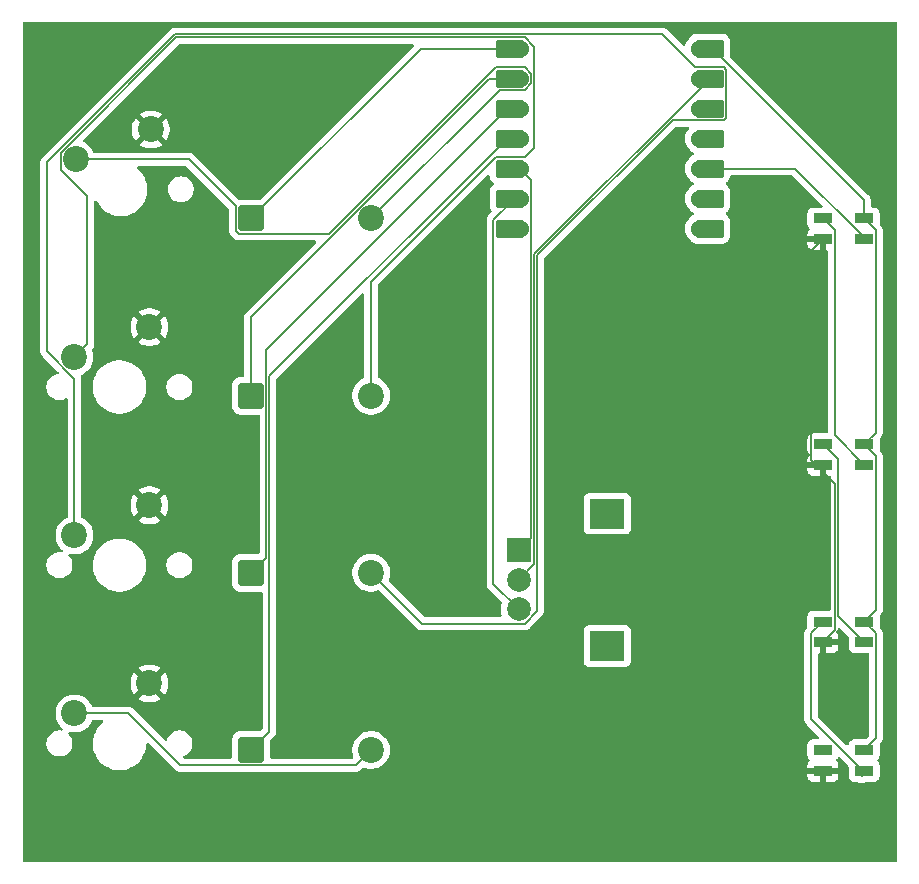
<source format=gtl>
G04 #@! TF.GenerationSoftware,KiCad,Pcbnew,9.0.6*
G04 #@! TF.CreationDate,2025-12-19T00:03:07+05:30*
G04 #@! TF.ProjectId,macropad,6d616372-6f70-4616-942e-6b696361645f,rev?*
G04 #@! TF.SameCoordinates,Original*
G04 #@! TF.FileFunction,Copper,L1,Top*
G04 #@! TF.FilePolarity,Positive*
%FSLAX46Y46*%
G04 Gerber Fmt 4.6, Leading zero omitted, Abs format (unit mm)*
G04 Created by KiCad (PCBNEW 9.0.6) date 2025-12-19 00:03:07*
%MOMM*%
%LPD*%
G01*
G04 APERTURE LIST*
G04 Aperture macros list*
%AMRoundRect*
0 Rectangle with rounded corners*
0 $1 Rounding radius*
0 $2 $3 $4 $5 $6 $7 $8 $9 X,Y pos of 4 corners*
0 Add a 4 corners polygon primitive as box body*
4,1,4,$2,$3,$4,$5,$6,$7,$8,$9,$2,$3,0*
0 Add four circle primitives for the rounded corners*
1,1,$1+$1,$2,$3*
1,1,$1+$1,$4,$5*
1,1,$1+$1,$6,$7*
1,1,$1+$1,$8,$9*
0 Add four rect primitives between the rounded corners*
20,1,$1+$1,$2,$3,$4,$5,0*
20,1,$1+$1,$4,$5,$6,$7,0*
20,1,$1+$1,$6,$7,$8,$9,0*
20,1,$1+$1,$8,$9,$2,$3,0*%
G04 Aperture macros list end*
G04 #@! TA.AperFunction,ComponentPad*
%ADD10C,2.200000*%
G04 #@! TD*
G04 #@! TA.AperFunction,SMDPad,CuDef*
%ADD11RoundRect,0.152400X-1.063600X-0.609600X1.063600X-0.609600X1.063600X0.609600X-1.063600X0.609600X0*%
G04 #@! TD*
G04 #@! TA.AperFunction,ComponentPad*
%ADD12C,1.524000*%
G04 #@! TD*
G04 #@! TA.AperFunction,SMDPad,CuDef*
%ADD13RoundRect,0.152400X1.063600X0.609600X-1.063600X0.609600X-1.063600X-0.609600X1.063600X-0.609600X0*%
G04 #@! TD*
G04 #@! TA.AperFunction,ComponentPad*
%ADD14R,2.000000X2.000000*%
G04 #@! TD*
G04 #@! TA.AperFunction,ComponentPad*
%ADD15C,2.000000*%
G04 #@! TD*
G04 #@! TA.AperFunction,ComponentPad*
%ADD16R,3.000000X2.500000*%
G04 #@! TD*
G04 #@! TA.AperFunction,SMDPad,CuDef*
%ADD17R,1.600000X0.850000*%
G04 #@! TD*
G04 #@! TA.AperFunction,ComponentPad*
%ADD18RoundRect,0.249999X-0.850001X-0.850001X0.850001X-0.850001X0.850001X0.850001X-0.850001X0.850001X0*%
G04 #@! TD*
G04 #@! TA.AperFunction,Conductor*
%ADD19C,0.127000*%
G04 #@! TD*
G04 APERTURE END LIST*
D10*
X114890000Y-101910000D03*
X121240000Y-99370000D03*
D11*
X168678200Y-45618400D03*
D12*
X167843200Y-45618400D03*
D11*
X168678200Y-48158400D03*
D12*
X167843200Y-48158400D03*
D11*
X168678200Y-50698400D03*
D12*
X167843200Y-50698400D03*
D11*
X168678200Y-53238400D03*
D12*
X167843200Y-53238400D03*
D11*
X168678200Y-55778400D03*
D12*
X167843200Y-55778400D03*
D11*
X168678200Y-58318400D03*
D12*
X167843200Y-58318400D03*
D11*
X168678200Y-60858400D03*
D12*
X167843200Y-60858400D03*
X152603200Y-60858400D03*
D13*
X151768200Y-60858400D03*
D12*
X152603200Y-58318400D03*
D13*
X151768200Y-58318400D03*
D12*
X152603200Y-55778400D03*
D13*
X151768200Y-55778400D03*
D12*
X152603200Y-53238400D03*
D13*
X151768200Y-53238400D03*
D12*
X152603200Y-50698400D03*
D13*
X151768200Y-50698400D03*
D12*
X152603200Y-48158400D03*
D13*
X151768200Y-48158400D03*
D12*
X152603200Y-45618400D03*
D13*
X151768200Y-45618400D03*
D14*
X152500000Y-88100000D03*
D15*
X152500000Y-93100000D03*
X152500000Y-90600000D03*
D16*
X160000000Y-85000000D03*
X160000000Y-96200000D03*
D10*
X121240000Y-84280000D03*
X114890000Y-86820000D03*
X121240000Y-69190000D03*
X114890000Y-71730000D03*
X121350000Y-52460000D03*
X115000000Y-55000000D03*
D17*
X178250000Y-105000000D03*
X178250000Y-106750000D03*
X181750000Y-106750000D03*
X181750000Y-105000000D03*
X178250000Y-94125000D03*
X178250000Y-95875000D03*
X181750000Y-95875000D03*
X181750000Y-94125000D03*
X178250000Y-79125000D03*
X178250000Y-80875000D03*
X181750000Y-80875000D03*
X181750000Y-79125000D03*
X178250000Y-60000000D03*
X178250000Y-61750000D03*
X181750000Y-61750000D03*
X181750000Y-60000000D03*
D18*
X129840000Y-105000000D03*
D10*
X140000000Y-105000000D03*
D18*
X129840000Y-90000000D03*
D10*
X140000000Y-90000000D03*
D18*
X129840000Y-75000000D03*
D10*
X140000000Y-75000000D03*
D18*
X129840000Y-60000000D03*
D10*
X140000000Y-60000000D03*
D19*
X179528200Y-80403200D02*
X179528200Y-93653200D01*
X178250000Y-79125000D02*
X179528200Y-80403200D01*
X179528200Y-93653200D02*
X181750000Y-95875000D01*
X181559200Y-107238800D02*
X181750000Y-107048000D01*
X181750000Y-107048000D02*
X181750000Y-106750000D01*
X177258500Y-102400500D02*
X181559200Y-106701200D01*
X177258500Y-95116500D02*
X177258500Y-102400500D01*
X181559200Y-106701200D02*
X181559200Y-107238800D01*
X178250000Y-94125000D02*
X177258500Y-95116500D01*
X182741500Y-95116500D02*
X181750000Y-94125000D01*
X182741500Y-104008500D02*
X182741500Y-95116500D01*
X181750000Y-105000000D02*
X182741500Y-104008500D01*
X152993536Y-94291500D02*
X144291500Y-94291500D01*
X154066700Y-93218336D02*
X152993536Y-94291500D01*
X154066700Y-63130524D02*
X154066700Y-93218336D01*
X165545324Y-51651900D02*
X154066700Y-63130524D01*
X169888470Y-51651900D02*
X165545324Y-51651900D01*
X170085700Y-51454670D02*
X169888470Y-51651900D01*
X170085700Y-47402130D02*
X170085700Y-51454670D01*
X169888470Y-47204900D02*
X170085700Y-47402130D01*
X164653247Y-44409900D02*
X167448247Y-47204900D01*
X123403019Y-44409900D02*
X164653247Y-44409900D01*
X144291500Y-94291500D02*
X140000000Y-90000000D01*
X112565500Y-55247419D02*
X123403019Y-44409900D01*
X167448247Y-47204900D02*
X169888470Y-47204900D01*
X112565500Y-71231957D02*
X112565500Y-55247419D01*
X114890000Y-73556457D02*
X112565500Y-71231957D01*
X114890000Y-86820000D02*
X114890000Y-73556457D01*
X150557930Y-54824900D02*
X140000000Y-65382830D01*
X152998153Y-54824900D02*
X150557930Y-54824900D01*
X153811700Y-54011353D02*
X152998153Y-54824900D01*
X153811700Y-45478447D02*
X153811700Y-54011353D01*
X152998153Y-44664900D02*
X153811700Y-45478447D01*
X123508643Y-44664900D02*
X152998153Y-44664900D01*
X140000000Y-65382830D02*
X140000000Y-75000000D01*
X113708500Y-54465043D02*
X123508643Y-44664900D01*
X113708500Y-55853500D02*
X113708500Y-54465043D01*
X115989999Y-58134999D02*
X113708500Y-55853500D01*
X115989999Y-70630001D02*
X115989999Y-58134999D01*
X114890000Y-71730000D02*
X115989999Y-70630001D01*
X150888100Y-49111900D02*
X140000000Y-60000000D01*
X152998153Y-49111900D02*
X150888100Y-49111900D01*
X153556700Y-48553353D02*
X152998153Y-49111900D01*
X153556700Y-47763447D02*
X153556700Y-48553353D01*
X152998153Y-47204900D02*
X153556700Y-47763447D01*
X150557930Y-47204900D02*
X152998153Y-47204900D01*
X136471330Y-61291500D02*
X150557930Y-47204900D01*
X128800198Y-61291500D02*
X136471330Y-61291500D01*
X128548500Y-61039802D02*
X128800198Y-61291500D01*
X128548500Y-58960198D02*
X128548500Y-61039802D01*
X124588302Y-55000000D02*
X128548500Y-58960198D01*
X115000000Y-55000000D02*
X124588302Y-55000000D01*
X119433197Y-101910000D02*
X114890000Y-101910000D01*
X123814697Y-106291500D02*
X119433197Y-101910000D01*
X140000000Y-105000000D02*
X138708500Y-106291500D01*
X138708500Y-106291500D02*
X123814697Y-106291500D01*
X115471200Y-86820000D02*
X115519200Y-86868000D01*
X182741500Y-80116500D02*
X182741500Y-93133500D01*
X182741500Y-93133500D02*
X181750000Y-94125000D01*
X181750000Y-79125000D02*
X182741500Y-80116500D01*
X182741500Y-78133500D02*
X181750000Y-79125000D01*
X182741500Y-60991500D02*
X182741500Y-78133500D01*
X181750000Y-60000000D02*
X182741500Y-60991500D01*
X179241500Y-78366500D02*
X181750000Y-80875000D01*
X179241500Y-60991500D02*
X179241500Y-78366500D01*
X178250000Y-60000000D02*
X179241500Y-60991500D01*
X179273200Y-82499200D02*
X179273200Y-94851800D01*
X179273200Y-94851800D02*
X178250000Y-95875000D01*
X177258500Y-62741500D02*
X177258500Y-80484500D01*
X178250000Y-61750000D02*
X177258500Y-62741500D01*
X177258500Y-80484500D02*
X179273200Y-82499200D01*
X181750000Y-61608000D02*
X181750000Y-61750000D01*
X175920400Y-55778400D02*
X181750000Y-61608000D01*
X167843200Y-55778400D02*
X175920400Y-55778400D01*
X181750000Y-58447570D02*
X181750000Y-60000000D01*
X168920830Y-45618400D02*
X181750000Y-58447570D01*
X167843200Y-45618400D02*
X168920830Y-45618400D01*
X153811700Y-89288300D02*
X152500000Y-90600000D01*
X168678200Y-48158400D02*
X153811700Y-63024900D01*
X153811700Y-63024900D02*
X153811700Y-89288300D01*
X152144430Y-58318400D02*
X150360700Y-60102130D01*
X150360700Y-90960700D02*
X152500000Y-93100000D01*
X152603200Y-58318400D02*
X152144430Y-58318400D01*
X150360700Y-60102130D02*
X150360700Y-90960700D01*
X153556700Y-87043300D02*
X152500000Y-88100000D01*
X153556700Y-56731900D02*
X153556700Y-87043300D01*
X152603200Y-55778400D02*
X153556700Y-56731900D01*
X131386500Y-73377470D02*
X131386500Y-103453500D01*
X131386500Y-103453500D02*
X129840000Y-105000000D01*
X151525570Y-53238400D02*
X131386500Y-73377470D01*
X152603200Y-53238400D02*
X151525570Y-53238400D01*
X151525570Y-50698400D02*
X131131500Y-71092470D01*
X152603200Y-50698400D02*
X151525570Y-50698400D01*
X131131500Y-71092470D02*
X131131500Y-88708500D01*
X131131500Y-88708500D02*
X129840000Y-90000000D01*
X150015143Y-48158400D02*
X129840000Y-68333543D01*
X152603200Y-48158400D02*
X150015143Y-48158400D01*
X129840000Y-68333543D02*
X129840000Y-75000000D01*
X144221600Y-45618400D02*
X129840000Y-60000000D01*
X152603200Y-45618400D02*
X144221600Y-45618400D01*
G04 #@! TA.AperFunction,Conductor*
G36*
X179704096Y-94633816D02*
G01*
X179732351Y-94654968D01*
X180413181Y-95335797D01*
X180446666Y-95397120D01*
X180449500Y-95423478D01*
X180449500Y-96347870D01*
X180449501Y-96347876D01*
X180455908Y-96407483D01*
X180506202Y-96542328D01*
X180506206Y-96542335D01*
X180592452Y-96657544D01*
X180592455Y-96657547D01*
X180707664Y-96743793D01*
X180707671Y-96743797D01*
X180842517Y-96794091D01*
X180842516Y-96794091D01*
X180849444Y-96794835D01*
X180902127Y-96800500D01*
X182053500Y-96800499D01*
X182120539Y-96820184D01*
X182166294Y-96872987D01*
X182177500Y-96924499D01*
X182177500Y-103723521D01*
X182157815Y-103790560D01*
X182141181Y-103811202D01*
X181914202Y-104038181D01*
X181852879Y-104071666D01*
X181826521Y-104074500D01*
X180902129Y-104074500D01*
X180902123Y-104074501D01*
X180842516Y-104080908D01*
X180707671Y-104131202D01*
X180707664Y-104131206D01*
X180592455Y-104217452D01*
X180592452Y-104217455D01*
X180506206Y-104332664D01*
X180506202Y-104332671D01*
X180455908Y-104467516D01*
X180451309Y-104510298D01*
X180424571Y-104574849D01*
X180367178Y-104614697D01*
X180297353Y-104617190D01*
X180240339Y-104584723D01*
X177858819Y-102203203D01*
X177825334Y-102141880D01*
X177822500Y-102115522D01*
X177822500Y-96924000D01*
X177842185Y-96856961D01*
X177894989Y-96811206D01*
X177946500Y-96800000D01*
X178000000Y-96800000D01*
X178500000Y-96800000D01*
X179097828Y-96800000D01*
X179097844Y-96799999D01*
X179157372Y-96793598D01*
X179157379Y-96793596D01*
X179292086Y-96743354D01*
X179292093Y-96743350D01*
X179407187Y-96657190D01*
X179407190Y-96657187D01*
X179493350Y-96542093D01*
X179493354Y-96542086D01*
X179543596Y-96407379D01*
X179543598Y-96407372D01*
X179549999Y-96347844D01*
X179550000Y-96347827D01*
X179550000Y-96125000D01*
X178500000Y-96125000D01*
X178500000Y-96800000D01*
X178000000Y-96800000D01*
X178000000Y-95999000D01*
X178019685Y-95931961D01*
X178072489Y-95886206D01*
X178124000Y-95875000D01*
X178250000Y-95875000D01*
X178250000Y-95749000D01*
X178269685Y-95681961D01*
X178322489Y-95636206D01*
X178374000Y-95625000D01*
X179550000Y-95625000D01*
X179550000Y-95402172D01*
X179549999Y-95402155D01*
X179543598Y-95342627D01*
X179543596Y-95342620D01*
X179493354Y-95207913D01*
X179493350Y-95207906D01*
X179407190Y-95092812D01*
X179402416Y-95088038D01*
X179368931Y-95026715D01*
X179373915Y-94957023D01*
X179402416Y-94912676D01*
X179407542Y-94907548D01*
X179407546Y-94907546D01*
X179493796Y-94792331D01*
X179528488Y-94699317D01*
X179570358Y-94643383D01*
X179635823Y-94618965D01*
X179704096Y-94633816D01*
G37*
G04 #@! TD.AperFunction*
G04 #@! TA.AperFunction,Conductor*
G36*
X143581160Y-45248585D02*
G01*
X143626915Y-45301389D01*
X143636859Y-45370547D01*
X143607834Y-45434103D01*
X143601802Y-45440581D01*
X130679203Y-58363181D01*
X130617880Y-58396666D01*
X130591522Y-58399500D01*
X128939977Y-58399500D01*
X128858362Y-58407838D01*
X128789669Y-58395068D01*
X128758080Y-58372161D01*
X125046685Y-54660767D01*
X125046683Y-54660764D01*
X124934608Y-54548689D01*
X124934606Y-54548687D01*
X124806000Y-54474436D01*
X124805999Y-54474435D01*
X124762075Y-54462666D01*
X124722134Y-54451964D01*
X124722133Y-54451963D01*
X124678518Y-54440277D01*
X124662555Y-54436000D01*
X124662554Y-54436000D01*
X116584898Y-54436000D01*
X116517859Y-54416315D01*
X116474413Y-54368295D01*
X116421728Y-54264895D01*
X116368870Y-54161155D01*
X116331237Y-54109357D01*
X116220798Y-53957350D01*
X116220794Y-53957345D01*
X116042654Y-53779205D01*
X116042649Y-53779201D01*
X115838848Y-53631132D01*
X115838847Y-53631131D01*
X115838845Y-53631130D01*
X115660466Y-53540241D01*
X115609671Y-53492267D01*
X115592876Y-53424446D01*
X115615413Y-53358312D01*
X115629075Y-53342082D01*
X116637086Y-52334071D01*
X119750000Y-52334071D01*
X119750000Y-52585928D01*
X119789397Y-52834669D01*
X119867219Y-53074184D01*
X119981557Y-53298583D01*
X120055748Y-53400697D01*
X120055748Y-53400698D01*
X120672421Y-52784024D01*
X120685359Y-52815258D01*
X120767437Y-52938097D01*
X120871903Y-53042563D01*
X120994742Y-53124641D01*
X121025974Y-53137577D01*
X120409300Y-53754250D01*
X120511416Y-53828442D01*
X120735815Y-53942780D01*
X120975330Y-54020602D01*
X121224072Y-54060000D01*
X121475928Y-54060000D01*
X121724669Y-54020602D01*
X121964184Y-53942780D01*
X122188575Y-53828446D01*
X122188581Y-53828442D01*
X122290697Y-53754250D01*
X122290698Y-53754250D01*
X121674025Y-53137578D01*
X121705258Y-53124641D01*
X121828097Y-53042563D01*
X121932563Y-52938097D01*
X122014641Y-52815258D01*
X122027577Y-52784025D01*
X122644250Y-53400698D01*
X122644250Y-53400697D01*
X122718442Y-53298581D01*
X122718446Y-53298575D01*
X122832780Y-53074184D01*
X122910602Y-52834669D01*
X122950000Y-52585928D01*
X122950000Y-52334071D01*
X122910602Y-52085330D01*
X122832780Y-51845815D01*
X122718442Y-51621416D01*
X122644250Y-51519301D01*
X122644250Y-51519300D01*
X122027577Y-52135973D01*
X122014641Y-52104742D01*
X121932563Y-51981903D01*
X121828097Y-51877437D01*
X121705258Y-51795359D01*
X121674024Y-51782421D01*
X122290698Y-51165748D01*
X122188583Y-51091557D01*
X121964184Y-50977219D01*
X121724669Y-50899397D01*
X121475928Y-50860000D01*
X121224072Y-50860000D01*
X120975330Y-50899397D01*
X120735815Y-50977219D01*
X120511413Y-51091559D01*
X120409301Y-51165747D01*
X120409300Y-51165748D01*
X121025974Y-51782421D01*
X120994742Y-51795359D01*
X120871903Y-51877437D01*
X120767437Y-51981903D01*
X120685359Y-52104742D01*
X120672421Y-52135974D01*
X120055748Y-51519300D01*
X120055747Y-51519301D01*
X119981559Y-51621413D01*
X119867219Y-51845815D01*
X119789397Y-52085330D01*
X119750000Y-52334071D01*
X116637086Y-52334071D01*
X123705940Y-45265219D01*
X123767263Y-45231734D01*
X123793621Y-45228900D01*
X143514121Y-45228900D01*
X143581160Y-45248585D01*
G37*
G04 #@! TD.AperFunction*
G04 #@! TA.AperFunction,Conductor*
G36*
X184442539Y-43344585D02*
G01*
X184488294Y-43397389D01*
X184499500Y-43448900D01*
X184499500Y-114375500D01*
X184479815Y-114442539D01*
X184427011Y-114488294D01*
X184375500Y-114499500D01*
X110624500Y-114499500D01*
X110557461Y-114479815D01*
X110511706Y-114427011D01*
X110500500Y-114375500D01*
X110500500Y-107222844D01*
X176950000Y-107222844D01*
X176956401Y-107282372D01*
X176956403Y-107282379D01*
X177006645Y-107417086D01*
X177006649Y-107417093D01*
X177092809Y-107532187D01*
X177092812Y-107532190D01*
X177207906Y-107618350D01*
X177207913Y-107618354D01*
X177342620Y-107668596D01*
X177342627Y-107668598D01*
X177402155Y-107674999D01*
X177402172Y-107675000D01*
X178000000Y-107675000D01*
X178500000Y-107675000D01*
X179097828Y-107675000D01*
X179097844Y-107674999D01*
X179157372Y-107668598D01*
X179157379Y-107668596D01*
X179292086Y-107618354D01*
X179292093Y-107618350D01*
X179407187Y-107532190D01*
X179407190Y-107532187D01*
X179493350Y-107417093D01*
X179493354Y-107417086D01*
X179543596Y-107282379D01*
X179543598Y-107282372D01*
X179549999Y-107222844D01*
X179550000Y-107222827D01*
X179550000Y-107000000D01*
X178500000Y-107000000D01*
X178500000Y-107675000D01*
X178000000Y-107675000D01*
X178000000Y-107000000D01*
X176950000Y-107000000D01*
X176950000Y-107222844D01*
X110500500Y-107222844D01*
X110500500Y-99244071D01*
X119640000Y-99244071D01*
X119640000Y-99495928D01*
X119679397Y-99744669D01*
X119757219Y-99984184D01*
X119871557Y-100208583D01*
X119945748Y-100310697D01*
X119945748Y-100310698D01*
X120562421Y-99694024D01*
X120575359Y-99725258D01*
X120657437Y-99848097D01*
X120761903Y-99952563D01*
X120884742Y-100034641D01*
X120915974Y-100047577D01*
X120299300Y-100664250D01*
X120401416Y-100738442D01*
X120625815Y-100852780D01*
X120865330Y-100930602D01*
X121114072Y-100970000D01*
X121365928Y-100970000D01*
X121614669Y-100930602D01*
X121854184Y-100852780D01*
X122078575Y-100738446D01*
X122078581Y-100738442D01*
X122180697Y-100664250D01*
X122180698Y-100664250D01*
X121564025Y-100047578D01*
X121595258Y-100034641D01*
X121718097Y-99952563D01*
X121822563Y-99848097D01*
X121904641Y-99725258D01*
X121917577Y-99694025D01*
X122534250Y-100310698D01*
X122534250Y-100310697D01*
X122608442Y-100208581D01*
X122608446Y-100208575D01*
X122722780Y-99984184D01*
X122800602Y-99744669D01*
X122840000Y-99495928D01*
X122840000Y-99244071D01*
X122800602Y-98995330D01*
X122722780Y-98755815D01*
X122608442Y-98531416D01*
X122534250Y-98429301D01*
X122534250Y-98429300D01*
X121917577Y-99045973D01*
X121904641Y-99014742D01*
X121822563Y-98891903D01*
X121718097Y-98787437D01*
X121595258Y-98705359D01*
X121564024Y-98692421D01*
X122180698Y-98075748D01*
X122078583Y-98001557D01*
X121854184Y-97887219D01*
X121614669Y-97809397D01*
X121365928Y-97770000D01*
X121114072Y-97770000D01*
X120865330Y-97809397D01*
X120625815Y-97887219D01*
X120401413Y-98001559D01*
X120299301Y-98075747D01*
X120299300Y-98075748D01*
X120915974Y-98692421D01*
X120884742Y-98705359D01*
X120761903Y-98787437D01*
X120657437Y-98891903D01*
X120575359Y-99014742D01*
X120562421Y-99045974D01*
X119945748Y-98429300D01*
X119945747Y-98429301D01*
X119871559Y-98531413D01*
X119757219Y-98755815D01*
X119679397Y-98995330D01*
X119640000Y-99244071D01*
X110500500Y-99244071D01*
X110500500Y-55173167D01*
X112001500Y-55173167D01*
X112001500Y-71306209D01*
X112039935Y-71449653D01*
X112114187Y-71578261D01*
X112114189Y-71578263D01*
X112226261Y-71690335D01*
X112226267Y-71690340D01*
X113509820Y-72973893D01*
X113543305Y-73035216D01*
X113538321Y-73104908D01*
X113496449Y-73160841D01*
X113441538Y-73184047D01*
X113362301Y-73196597D01*
X113197552Y-73250128D01*
X113043211Y-73328768D01*
X112995406Y-73363501D01*
X112903072Y-73430586D01*
X112903070Y-73430588D01*
X112903069Y-73430588D01*
X112780588Y-73553069D01*
X112780588Y-73553070D01*
X112780586Y-73553072D01*
X112764824Y-73574767D01*
X112678768Y-73693211D01*
X112600128Y-73847552D01*
X112546597Y-74012302D01*
X112519500Y-74183389D01*
X112519500Y-74356611D01*
X112546598Y-74527701D01*
X112600127Y-74692445D01*
X112678768Y-74846788D01*
X112780586Y-74986928D01*
X112903072Y-75109414D01*
X113043212Y-75211232D01*
X113197555Y-75289873D01*
X113362299Y-75343402D01*
X113533389Y-75370500D01*
X113533390Y-75370500D01*
X113706610Y-75370500D01*
X113706611Y-75370500D01*
X113877701Y-75343402D01*
X114042445Y-75289873D01*
X114145707Y-75237258D01*
X114214374Y-75224363D01*
X114279114Y-75250639D01*
X114319372Y-75307745D01*
X114326000Y-75347744D01*
X114326000Y-85235102D01*
X114306315Y-85302141D01*
X114258295Y-85345587D01*
X114051151Y-85451132D01*
X113847350Y-85599201D01*
X113847345Y-85599205D01*
X113669205Y-85777345D01*
X113669201Y-85777350D01*
X113521132Y-85981151D01*
X113406760Y-86205616D01*
X113328910Y-86445214D01*
X113289500Y-86694038D01*
X113289500Y-86945961D01*
X113328910Y-87194785D01*
X113406760Y-87434383D01*
X113521132Y-87658848D01*
X113669201Y-87862649D01*
X113669205Y-87862654D01*
X113669207Y-87862656D01*
X113847344Y-88040793D01*
X113847345Y-88040794D01*
X113847344Y-88040794D01*
X113853661Y-88045383D01*
X113896327Y-88100714D01*
X113902305Y-88170327D01*
X113869699Y-88232122D01*
X113808860Y-88266479D01*
X113761378Y-88268174D01*
X113706611Y-88259500D01*
X113533389Y-88259500D01*
X113493728Y-88265781D01*
X113362302Y-88286597D01*
X113197552Y-88340128D01*
X113043211Y-88418768D01*
X112979323Y-88465186D01*
X112903072Y-88520586D01*
X112903070Y-88520588D01*
X112903069Y-88520588D01*
X112780588Y-88643069D01*
X112780588Y-88643070D01*
X112780586Y-88643072D01*
X112752781Y-88681342D01*
X112678768Y-88783211D01*
X112600128Y-88937552D01*
X112546597Y-89102302D01*
X112519500Y-89273389D01*
X112519500Y-89446611D01*
X112526773Y-89492529D01*
X112544197Y-89602545D01*
X112546598Y-89617701D01*
X112600127Y-89782445D01*
X112678768Y-89936788D01*
X112780586Y-90076928D01*
X112903072Y-90199414D01*
X113043212Y-90301232D01*
X113197555Y-90379873D01*
X113362299Y-90433402D01*
X113533389Y-90460500D01*
X113533390Y-90460500D01*
X113706610Y-90460500D01*
X113706611Y-90460500D01*
X113877701Y-90433402D01*
X114042445Y-90379873D01*
X114196788Y-90301232D01*
X114336928Y-90199414D01*
X114459414Y-90076928D01*
X114561232Y-89936788D01*
X114639873Y-89782445D01*
X114693402Y-89617701D01*
X114720500Y-89446611D01*
X114720500Y-89273389D01*
X114710854Y-89212486D01*
X116449500Y-89212486D01*
X116449500Y-89507513D01*
X116471294Y-89673050D01*
X116488007Y-89799993D01*
X116562212Y-90076930D01*
X116564361Y-90084951D01*
X116564364Y-90084961D01*
X116677254Y-90357500D01*
X116677258Y-90357510D01*
X116824761Y-90612993D01*
X117004352Y-90847040D01*
X117004358Y-90847047D01*
X117212952Y-91055641D01*
X117212959Y-91055647D01*
X117447006Y-91235238D01*
X117702489Y-91382741D01*
X117702490Y-91382741D01*
X117702493Y-91382743D01*
X117790226Y-91419083D01*
X117945116Y-91483241D01*
X117975048Y-91495639D01*
X118260007Y-91571993D01*
X118552494Y-91610500D01*
X118552501Y-91610500D01*
X118847499Y-91610500D01*
X118847506Y-91610500D01*
X119139993Y-91571993D01*
X119424952Y-91495639D01*
X119697507Y-91382743D01*
X119952994Y-91235238D01*
X120187042Y-91055646D01*
X120395646Y-90847042D01*
X120575238Y-90612994D01*
X120722743Y-90357507D01*
X120835639Y-90084952D01*
X120911993Y-89799993D01*
X120950500Y-89507506D01*
X120950500Y-89273389D01*
X122679500Y-89273389D01*
X122679500Y-89446611D01*
X122686773Y-89492529D01*
X122704197Y-89602545D01*
X122706598Y-89617701D01*
X122760127Y-89782445D01*
X122838768Y-89936788D01*
X122940586Y-90076928D01*
X123063072Y-90199414D01*
X123203212Y-90301232D01*
X123357555Y-90379873D01*
X123522299Y-90433402D01*
X123693389Y-90460500D01*
X123693390Y-90460500D01*
X123866610Y-90460500D01*
X123866611Y-90460500D01*
X124037701Y-90433402D01*
X124202445Y-90379873D01*
X124356788Y-90301232D01*
X124496928Y-90199414D01*
X124619414Y-90076928D01*
X124721232Y-89936788D01*
X124799873Y-89782445D01*
X124853402Y-89617701D01*
X124880500Y-89446611D01*
X124880500Y-89273389D01*
X124853402Y-89102299D01*
X124799873Y-88937555D01*
X124721232Y-88783212D01*
X124619414Y-88643072D01*
X124496928Y-88520586D01*
X124356788Y-88418768D01*
X124202445Y-88340127D01*
X124037701Y-88286598D01*
X124037699Y-88286597D01*
X124037698Y-88286597D01*
X123906271Y-88265781D01*
X123866611Y-88259500D01*
X123693389Y-88259500D01*
X123653728Y-88265781D01*
X123522302Y-88286597D01*
X123357552Y-88340128D01*
X123203211Y-88418768D01*
X123139323Y-88465186D01*
X123063072Y-88520586D01*
X123063070Y-88520588D01*
X123063069Y-88520588D01*
X122940588Y-88643069D01*
X122940588Y-88643070D01*
X122940586Y-88643072D01*
X122912781Y-88681342D01*
X122838768Y-88783211D01*
X122760128Y-88937552D01*
X122706597Y-89102302D01*
X122679500Y-89273389D01*
X120950500Y-89273389D01*
X120950500Y-89212494D01*
X120911993Y-88920007D01*
X120835639Y-88635048D01*
X120722743Y-88362493D01*
X120667309Y-88266479D01*
X120575238Y-88107006D01*
X120395647Y-87872959D01*
X120395641Y-87872952D01*
X120187047Y-87664358D01*
X120187040Y-87664352D01*
X119952993Y-87484761D01*
X119697510Y-87337258D01*
X119697500Y-87337254D01*
X119424961Y-87224364D01*
X119424954Y-87224362D01*
X119424952Y-87224361D01*
X119139993Y-87148007D01*
X119091113Y-87141571D01*
X118847513Y-87109500D01*
X118847506Y-87109500D01*
X118552494Y-87109500D01*
X118552486Y-87109500D01*
X118274085Y-87146153D01*
X118260007Y-87148007D01*
X118085428Y-87194785D01*
X117975048Y-87224361D01*
X117975038Y-87224364D01*
X117702499Y-87337254D01*
X117702489Y-87337258D01*
X117447006Y-87484761D01*
X117212959Y-87664352D01*
X117212952Y-87664358D01*
X117004358Y-87872952D01*
X117004352Y-87872959D01*
X116824761Y-88107006D01*
X116677258Y-88362489D01*
X116677254Y-88362499D01*
X116564364Y-88635038D01*
X116564361Y-88635048D01*
X116511946Y-88830667D01*
X116488008Y-88920004D01*
X116488006Y-88920015D01*
X116449500Y-89212486D01*
X114710854Y-89212486D01*
X114693402Y-89102299D01*
X114639873Y-88937555D01*
X114561232Y-88783212D01*
X114459414Y-88643072D01*
X114407482Y-88591140D01*
X114373997Y-88529817D01*
X114378981Y-88460125D01*
X114420853Y-88404192D01*
X114486317Y-88379775D01*
X114514561Y-88380986D01*
X114515212Y-88381089D01*
X114515215Y-88381090D01*
X114764038Y-88420500D01*
X114764039Y-88420500D01*
X115015961Y-88420500D01*
X115015962Y-88420500D01*
X115264785Y-88381090D01*
X115504379Y-88303241D01*
X115728845Y-88188870D01*
X115932656Y-88040793D01*
X116110793Y-87862656D01*
X116258870Y-87658845D01*
X116373241Y-87434379D01*
X116451090Y-87194785D01*
X116490500Y-86945962D01*
X116490500Y-86694038D01*
X116451090Y-86445215D01*
X116373241Y-86205621D01*
X116373239Y-86205618D01*
X116373239Y-86205616D01*
X116331747Y-86124184D01*
X116258870Y-85981155D01*
X116156753Y-85840602D01*
X116110798Y-85777350D01*
X116110794Y-85777345D01*
X115932654Y-85599205D01*
X115932649Y-85599201D01*
X115728848Y-85451132D01*
X115728847Y-85451131D01*
X115728845Y-85451130D01*
X115521705Y-85345587D01*
X115470909Y-85297612D01*
X115454000Y-85235102D01*
X115454000Y-84154071D01*
X119640000Y-84154071D01*
X119640000Y-84405928D01*
X119679397Y-84654669D01*
X119757219Y-84894184D01*
X119871557Y-85118583D01*
X119945748Y-85220697D01*
X119945748Y-85220698D01*
X120562421Y-84604024D01*
X120575359Y-84635258D01*
X120657437Y-84758097D01*
X120761903Y-84862563D01*
X120884742Y-84944641D01*
X120915974Y-84957577D01*
X120299300Y-85574250D01*
X120401416Y-85648442D01*
X120625815Y-85762780D01*
X120865330Y-85840602D01*
X121114072Y-85880000D01*
X121365928Y-85880000D01*
X121614669Y-85840602D01*
X121854184Y-85762780D01*
X122078575Y-85648446D01*
X122078581Y-85648442D01*
X122180697Y-85574250D01*
X122180698Y-85574250D01*
X121564025Y-84957578D01*
X121595258Y-84944641D01*
X121718097Y-84862563D01*
X121822563Y-84758097D01*
X121904641Y-84635258D01*
X121917577Y-84604025D01*
X122534250Y-85220698D01*
X122534250Y-85220697D01*
X122608442Y-85118581D01*
X122608446Y-85118575D01*
X122722780Y-84894184D01*
X122800602Y-84654669D01*
X122840000Y-84405928D01*
X122840000Y-84154071D01*
X122800602Y-83905330D01*
X122722780Y-83665815D01*
X122608442Y-83441416D01*
X122534250Y-83339301D01*
X122534250Y-83339300D01*
X121917577Y-83955973D01*
X121904641Y-83924742D01*
X121822563Y-83801903D01*
X121718097Y-83697437D01*
X121595258Y-83615359D01*
X121564024Y-83602421D01*
X122180698Y-82985748D01*
X122078583Y-82911557D01*
X121854184Y-82797219D01*
X121614669Y-82719397D01*
X121365928Y-82680000D01*
X121114072Y-82680000D01*
X120865330Y-82719397D01*
X120625815Y-82797219D01*
X120401413Y-82911559D01*
X120299301Y-82985747D01*
X120299300Y-82985748D01*
X120915974Y-83602421D01*
X120884742Y-83615359D01*
X120761903Y-83697437D01*
X120657437Y-83801903D01*
X120575359Y-83924742D01*
X120562421Y-83955974D01*
X119945748Y-83339300D01*
X119945747Y-83339301D01*
X119871559Y-83441413D01*
X119757219Y-83665815D01*
X119679397Y-83905330D01*
X119640000Y-84154071D01*
X115454000Y-84154071D01*
X115454000Y-74122486D01*
X116449500Y-74122486D01*
X116449500Y-74417513D01*
X116476846Y-74625215D01*
X116488007Y-74709993D01*
X116562212Y-74986930D01*
X116564361Y-74994951D01*
X116564364Y-74994961D01*
X116677254Y-75267500D01*
X116677258Y-75267510D01*
X116824761Y-75522993D01*
X117004352Y-75757040D01*
X117004358Y-75757047D01*
X117212952Y-75965641D01*
X117212959Y-75965647D01*
X117447006Y-76145238D01*
X117702489Y-76292741D01*
X117702490Y-76292741D01*
X117702493Y-76292743D01*
X117975048Y-76405639D01*
X118260007Y-76481993D01*
X118552494Y-76520500D01*
X118552501Y-76520500D01*
X118847499Y-76520500D01*
X118847506Y-76520500D01*
X119139993Y-76481993D01*
X119424952Y-76405639D01*
X119697507Y-76292743D01*
X119952994Y-76145238D01*
X120187042Y-75965646D01*
X120395646Y-75757042D01*
X120575238Y-75522994D01*
X120722743Y-75267507D01*
X120835639Y-74994952D01*
X120911993Y-74709993D01*
X120950500Y-74417506D01*
X120950500Y-74183389D01*
X122679500Y-74183389D01*
X122679500Y-74356611D01*
X122706598Y-74527701D01*
X122760127Y-74692445D01*
X122838768Y-74846788D01*
X122940586Y-74986928D01*
X123063072Y-75109414D01*
X123203212Y-75211232D01*
X123357555Y-75289873D01*
X123522299Y-75343402D01*
X123693389Y-75370500D01*
X123693390Y-75370500D01*
X123866610Y-75370500D01*
X123866611Y-75370500D01*
X124037701Y-75343402D01*
X124202445Y-75289873D01*
X124356788Y-75211232D01*
X124496928Y-75109414D01*
X124619414Y-74986928D01*
X124721232Y-74846788D01*
X124799873Y-74692445D01*
X124853402Y-74527701D01*
X124880500Y-74356611D01*
X124880500Y-74183389D01*
X124853402Y-74012299D01*
X124799873Y-73847555D01*
X124721232Y-73693212D01*
X124619414Y-73553072D01*
X124496928Y-73430586D01*
X124356788Y-73328768D01*
X124202445Y-73250127D01*
X124037701Y-73196598D01*
X124037699Y-73196597D01*
X124037698Y-73196597D01*
X123906271Y-73175781D01*
X123866611Y-73169500D01*
X123693389Y-73169500D01*
X123653728Y-73175781D01*
X123522302Y-73196597D01*
X123439927Y-73223362D01*
X123401683Y-73235789D01*
X123357552Y-73250128D01*
X123203211Y-73328768D01*
X123155406Y-73363501D01*
X123063072Y-73430586D01*
X123063070Y-73430588D01*
X123063069Y-73430588D01*
X122940588Y-73553069D01*
X122940588Y-73553070D01*
X122940586Y-73553072D01*
X122924824Y-73574767D01*
X122838768Y-73693211D01*
X122760128Y-73847552D01*
X122706597Y-74012302D01*
X122679500Y-74183389D01*
X120950500Y-74183389D01*
X120950500Y-74122494D01*
X120911993Y-73830007D01*
X120835639Y-73545048D01*
X120722743Y-73272493D01*
X120689820Y-73215469D01*
X120575238Y-73017006D01*
X120395647Y-72782959D01*
X120395641Y-72782952D01*
X120187047Y-72574358D01*
X120187040Y-72574352D01*
X119952993Y-72394761D01*
X119697510Y-72247258D01*
X119697500Y-72247254D01*
X119424961Y-72134364D01*
X119424954Y-72134362D01*
X119424952Y-72134361D01*
X119139993Y-72058007D01*
X119091113Y-72051571D01*
X118847513Y-72019500D01*
X118847506Y-72019500D01*
X118552494Y-72019500D01*
X118552486Y-72019500D01*
X118274085Y-72056153D01*
X118260007Y-72058007D01*
X118130691Y-72092657D01*
X117975048Y-72134361D01*
X117975038Y-72134364D01*
X117702499Y-72247254D01*
X117702489Y-72247258D01*
X117447006Y-72394761D01*
X117212959Y-72574352D01*
X117212952Y-72574358D01*
X117004358Y-72782952D01*
X117004352Y-72782959D01*
X116824761Y-73017006D01*
X116677258Y-73272489D01*
X116677254Y-73272499D01*
X116564364Y-73545038D01*
X116564361Y-73545048D01*
X116488008Y-73830004D01*
X116488006Y-73830015D01*
X116449500Y-74122486D01*
X115454000Y-74122486D01*
X115454000Y-73482206D01*
X115453999Y-73482200D01*
X115442400Y-73438911D01*
X115440170Y-73430588D01*
X115422194Y-73363499D01*
X115423857Y-73293652D01*
X115463019Y-73235789D01*
X115500029Y-73215469D01*
X115499879Y-73215105D01*
X115503192Y-73213732D01*
X115503665Y-73213472D01*
X115504379Y-73213241D01*
X115728845Y-73098870D01*
X115932656Y-72950793D01*
X116110793Y-72772656D01*
X116258870Y-72568845D01*
X116373241Y-72344379D01*
X116451090Y-72104785D01*
X116490500Y-71855962D01*
X116490500Y-71604038D01*
X116451090Y-71355215D01*
X116379249Y-71134114D01*
X116377255Y-71064274D01*
X116409500Y-71008116D01*
X116441312Y-70976305D01*
X116515564Y-70847697D01*
X116554000Y-70704253D01*
X116554000Y-70555748D01*
X116554000Y-70548153D01*
X116553999Y-70548135D01*
X116553999Y-69064071D01*
X119640000Y-69064071D01*
X119640000Y-69315928D01*
X119679397Y-69564669D01*
X119757219Y-69804184D01*
X119871557Y-70028583D01*
X119945748Y-70130697D01*
X119945748Y-70130698D01*
X120562421Y-69514024D01*
X120575359Y-69545258D01*
X120657437Y-69668097D01*
X120761903Y-69772563D01*
X120884742Y-69854641D01*
X120915974Y-69867577D01*
X120299300Y-70484250D01*
X120401416Y-70558442D01*
X120625815Y-70672780D01*
X120865330Y-70750602D01*
X121114072Y-70790000D01*
X121365928Y-70790000D01*
X121614669Y-70750602D01*
X121854184Y-70672780D01*
X122078575Y-70558446D01*
X122078581Y-70558442D01*
X122180697Y-70484250D01*
X122180698Y-70484250D01*
X121564025Y-69867578D01*
X121595258Y-69854641D01*
X121718097Y-69772563D01*
X121822563Y-69668097D01*
X121904641Y-69545258D01*
X121917577Y-69514025D01*
X122534250Y-70130698D01*
X122534250Y-70130697D01*
X122608442Y-70028581D01*
X122608446Y-70028575D01*
X122722780Y-69804184D01*
X122800602Y-69564669D01*
X122840000Y-69315928D01*
X122840000Y-69064071D01*
X122800602Y-68815330D01*
X122722780Y-68575815D01*
X122608442Y-68351416D01*
X122534250Y-68249301D01*
X122534250Y-68249300D01*
X121917577Y-68865973D01*
X121904641Y-68834742D01*
X121822563Y-68711903D01*
X121718097Y-68607437D01*
X121595258Y-68525359D01*
X121564024Y-68512421D01*
X122180698Y-67895748D01*
X122078583Y-67821557D01*
X121854184Y-67707219D01*
X121614669Y-67629397D01*
X121365928Y-67590000D01*
X121114072Y-67590000D01*
X120865330Y-67629397D01*
X120625815Y-67707219D01*
X120401413Y-67821559D01*
X120299301Y-67895747D01*
X120299300Y-67895748D01*
X120915974Y-68512421D01*
X120884742Y-68525359D01*
X120761903Y-68607437D01*
X120657437Y-68711903D01*
X120575359Y-68834742D01*
X120562421Y-68865974D01*
X119945748Y-68249300D01*
X119945747Y-68249301D01*
X119871559Y-68351413D01*
X119757219Y-68575815D01*
X119679397Y-68815330D01*
X119640000Y-69064071D01*
X116553999Y-69064071D01*
X116553999Y-58596266D01*
X116573684Y-58529227D01*
X116626488Y-58483472D01*
X116695646Y-58473528D01*
X116759202Y-58502553D01*
X116785386Y-58534266D01*
X116787256Y-58537505D01*
X116787257Y-58537507D01*
X116799092Y-58558006D01*
X116934761Y-58792993D01*
X117114352Y-59027040D01*
X117114358Y-59027047D01*
X117322952Y-59235641D01*
X117322959Y-59235647D01*
X117557006Y-59415238D01*
X117812489Y-59562741D01*
X117812490Y-59562741D01*
X117812493Y-59562743D01*
X117954031Y-59621370D01*
X118069874Y-59669354D01*
X118085048Y-59675639D01*
X118370007Y-59751993D01*
X118662494Y-59790500D01*
X118662501Y-59790500D01*
X118957499Y-59790500D01*
X118957506Y-59790500D01*
X119249993Y-59751993D01*
X119534952Y-59675639D01*
X119807507Y-59562743D01*
X120062994Y-59415238D01*
X120297042Y-59235646D01*
X120505646Y-59027042D01*
X120685238Y-58792994D01*
X120832743Y-58537507D01*
X120945639Y-58264952D01*
X121021993Y-57979993D01*
X121060500Y-57687506D01*
X121060500Y-57453389D01*
X122789500Y-57453389D01*
X122789500Y-57626611D01*
X122794266Y-57656705D01*
X122815171Y-57788695D01*
X122816598Y-57797701D01*
X122870127Y-57962445D01*
X122948768Y-58116788D01*
X123050586Y-58256928D01*
X123173072Y-58379414D01*
X123313212Y-58481232D01*
X123467555Y-58559873D01*
X123632299Y-58613402D01*
X123803389Y-58640500D01*
X123803390Y-58640500D01*
X123976610Y-58640500D01*
X123976611Y-58640500D01*
X124147701Y-58613402D01*
X124312445Y-58559873D01*
X124466788Y-58481232D01*
X124606928Y-58379414D01*
X124729414Y-58256928D01*
X124831232Y-58116788D01*
X124909873Y-57962445D01*
X124963402Y-57797701D01*
X124990500Y-57626611D01*
X124990500Y-57453389D01*
X124963402Y-57282299D01*
X124909873Y-57117555D01*
X124831232Y-56963212D01*
X124729414Y-56823072D01*
X124606928Y-56700586D01*
X124466788Y-56598768D01*
X124312445Y-56520127D01*
X124147701Y-56466598D01*
X124147699Y-56466597D01*
X124147698Y-56466597D01*
X124016271Y-56445781D01*
X123976611Y-56439500D01*
X123803389Y-56439500D01*
X123763728Y-56445781D01*
X123632302Y-56466597D01*
X123467552Y-56520128D01*
X123313211Y-56598768D01*
X123243582Y-56649357D01*
X123173072Y-56700586D01*
X123173070Y-56700588D01*
X123173069Y-56700588D01*
X123050588Y-56823069D01*
X123050588Y-56823070D01*
X123050586Y-56823072D01*
X123006859Y-56883256D01*
X122948768Y-56963211D01*
X122870128Y-57117552D01*
X122816597Y-57282302D01*
X122812930Y-57305456D01*
X122789500Y-57453389D01*
X121060500Y-57453389D01*
X121060500Y-57392494D01*
X121021993Y-57100007D01*
X120945639Y-56815048D01*
X120941433Y-56804895D01*
X120898227Y-56700586D01*
X120832743Y-56542493D01*
X120830185Y-56538063D01*
X120685238Y-56287006D01*
X120505647Y-56052959D01*
X120505641Y-56052952D01*
X120297047Y-55844358D01*
X120297040Y-55844352D01*
X120221484Y-55786376D01*
X120180281Y-55729948D01*
X120176126Y-55660202D01*
X120210338Y-55599282D01*
X120272055Y-55566529D01*
X120296970Y-55564000D01*
X124303324Y-55564000D01*
X124370363Y-55583685D01*
X124391005Y-55600319D01*
X127948181Y-59157495D01*
X127981666Y-59218818D01*
X127984500Y-59245176D01*
X127984500Y-61114054D01*
X128022935Y-61257498D01*
X128097187Y-61386106D01*
X128097189Y-61386108D01*
X128219632Y-61508551D01*
X128219637Y-61508555D01*
X128453894Y-61742813D01*
X128453895Y-61742814D01*
X128453897Y-61742815D01*
X128582498Y-61817063D01*
X128582499Y-61817063D01*
X128582502Y-61817065D01*
X128725946Y-61855501D01*
X128725949Y-61855501D01*
X128882047Y-61855501D01*
X128882063Y-61855500D01*
X135221065Y-61855500D01*
X135288104Y-61875185D01*
X135333859Y-61927989D01*
X135343803Y-61997147D01*
X135314778Y-62060703D01*
X135308746Y-62067181D01*
X129493698Y-67882228D01*
X129388689Y-67987236D01*
X129388685Y-67987242D01*
X129314436Y-68115844D01*
X129314435Y-68115847D01*
X129276000Y-68259291D01*
X129276000Y-73275500D01*
X129256315Y-73342539D01*
X129203511Y-73388294D01*
X129152000Y-73399500D01*
X128939982Y-73399500D01*
X128837203Y-73410000D01*
X128837202Y-73410001D01*
X128775081Y-73430586D01*
X128670667Y-73465185D01*
X128670662Y-73465187D01*
X128521342Y-73557289D01*
X128397289Y-73681342D01*
X128305187Y-73830662D01*
X128305186Y-73830665D01*
X128250001Y-73997202D01*
X128250001Y-73997203D01*
X128250000Y-73997203D01*
X128239500Y-74099982D01*
X128239500Y-75900017D01*
X128250000Y-76002796D01*
X128297201Y-76145238D01*
X128305186Y-76169335D01*
X128397288Y-76318656D01*
X128521344Y-76442712D01*
X128670665Y-76534814D01*
X128837202Y-76589999D01*
X128939990Y-76600500D01*
X130443500Y-76600500D01*
X130510539Y-76620185D01*
X130556294Y-76672989D01*
X130567500Y-76724500D01*
X130567500Y-88275500D01*
X130547815Y-88342539D01*
X130495011Y-88388294D01*
X130443500Y-88399500D01*
X128939982Y-88399500D01*
X128837203Y-88410000D01*
X128837202Y-88410001D01*
X128754669Y-88437349D01*
X128670667Y-88465185D01*
X128670662Y-88465187D01*
X128521342Y-88557289D01*
X128397289Y-88681342D01*
X128305187Y-88830662D01*
X128305186Y-88830665D01*
X128250001Y-88997202D01*
X128250001Y-88997203D01*
X128250000Y-88997203D01*
X128239500Y-89099982D01*
X128239500Y-90900017D01*
X128250000Y-91002796D01*
X128267511Y-91055641D01*
X128305186Y-91169335D01*
X128397288Y-91318656D01*
X128521344Y-91442712D01*
X128670665Y-91534814D01*
X128837202Y-91589999D01*
X128939990Y-91600500D01*
X128939995Y-91600500D01*
X130698500Y-91600500D01*
X130765539Y-91620185D01*
X130811294Y-91672989D01*
X130822500Y-91724500D01*
X130822500Y-103168522D01*
X130813855Y-103197962D01*
X130807332Y-103227949D01*
X130803577Y-103232964D01*
X130802815Y-103235561D01*
X130786181Y-103256203D01*
X130679203Y-103363181D01*
X130617880Y-103396666D01*
X130591522Y-103399500D01*
X128939982Y-103399500D01*
X128837203Y-103410000D01*
X128837202Y-103410001D01*
X128776466Y-103430127D01*
X128670667Y-103465185D01*
X128670662Y-103465187D01*
X128521342Y-103557289D01*
X128397289Y-103681342D01*
X128305187Y-103830662D01*
X128305185Y-103830667D01*
X128291087Y-103873212D01*
X128250001Y-103997202D01*
X128250001Y-103997203D01*
X128250000Y-103997203D01*
X128239500Y-104099982D01*
X128239500Y-105603500D01*
X128219815Y-105670539D01*
X128167011Y-105716294D01*
X128115500Y-105727500D01*
X124192456Y-105727500D01*
X124125417Y-105707815D01*
X124079662Y-105655011D01*
X124069718Y-105585853D01*
X124098743Y-105522297D01*
X124154135Y-105485569D01*
X124202445Y-105469873D01*
X124356788Y-105391232D01*
X124496928Y-105289414D01*
X124619414Y-105166928D01*
X124721232Y-105026788D01*
X124799873Y-104872445D01*
X124853402Y-104707701D01*
X124880500Y-104536611D01*
X124880500Y-104363389D01*
X124853402Y-104192299D01*
X124799873Y-104027555D01*
X124721232Y-103873212D01*
X124619414Y-103733072D01*
X124496928Y-103610586D01*
X124356788Y-103508768D01*
X124202445Y-103430127D01*
X124037701Y-103376598D01*
X124037699Y-103376597D01*
X124037698Y-103376597D01*
X123906271Y-103355781D01*
X123866611Y-103349500D01*
X123693389Y-103349500D01*
X123653728Y-103355781D01*
X123522302Y-103376597D01*
X123357552Y-103430128D01*
X123203211Y-103508768D01*
X123177081Y-103527753D01*
X123063072Y-103610586D01*
X123063070Y-103610588D01*
X123063069Y-103610588D01*
X122940588Y-103733069D01*
X122940588Y-103733070D01*
X122940586Y-103733072D01*
X122910208Y-103774884D01*
X122838768Y-103873211D01*
X122760128Y-104027550D01*
X122721677Y-104145890D01*
X122682239Y-104203565D01*
X122617880Y-104230763D01*
X122549034Y-104218848D01*
X122516065Y-104195252D01*
X119891580Y-101570767D01*
X119891578Y-101570764D01*
X119779503Y-101458689D01*
X119779501Y-101458687D01*
X119650893Y-101384435D01*
X119507450Y-101346000D01*
X119507449Y-101346000D01*
X116474898Y-101346000D01*
X116407859Y-101326315D01*
X116364413Y-101278295D01*
X116361513Y-101272605D01*
X116258870Y-101071155D01*
X116156753Y-100930602D01*
X116110798Y-100867350D01*
X116110794Y-100867345D01*
X115932654Y-100689205D01*
X115932649Y-100689201D01*
X115728848Y-100541132D01*
X115728847Y-100541131D01*
X115728845Y-100541130D01*
X115658747Y-100505413D01*
X115504383Y-100426760D01*
X115264785Y-100348910D01*
X115015962Y-100309500D01*
X114764038Y-100309500D01*
X114639626Y-100329205D01*
X114515214Y-100348910D01*
X114275616Y-100426760D01*
X114051151Y-100541132D01*
X113847350Y-100689201D01*
X113847345Y-100689205D01*
X113669205Y-100867345D01*
X113669201Y-100867350D01*
X113521132Y-101071151D01*
X113406760Y-101295616D01*
X113328910Y-101535214D01*
X113289500Y-101784038D01*
X113289500Y-102035961D01*
X113328910Y-102284785D01*
X113406760Y-102524383D01*
X113454561Y-102618196D01*
X113520091Y-102746806D01*
X113521132Y-102748848D01*
X113669201Y-102952649D01*
X113669205Y-102952654D01*
X113669207Y-102952656D01*
X113847344Y-103130793D01*
X113847345Y-103130794D01*
X113847344Y-103130794D01*
X113853661Y-103135383D01*
X113896327Y-103190714D01*
X113902305Y-103260327D01*
X113869699Y-103322122D01*
X113808860Y-103356479D01*
X113761378Y-103358174D01*
X113706611Y-103349500D01*
X113533389Y-103349500D01*
X113493728Y-103355781D01*
X113362302Y-103376597D01*
X113197552Y-103430128D01*
X113043211Y-103508768D01*
X113017081Y-103527753D01*
X112903072Y-103610586D01*
X112903070Y-103610588D01*
X112903069Y-103610588D01*
X112780588Y-103733069D01*
X112780588Y-103733070D01*
X112780586Y-103733072D01*
X112750208Y-103774884D01*
X112678768Y-103873211D01*
X112600128Y-104027552D01*
X112546597Y-104192302D01*
X112524365Y-104332671D01*
X112519500Y-104363389D01*
X112519500Y-104536611D01*
X112546598Y-104707701D01*
X112600127Y-104872445D01*
X112678768Y-105026788D01*
X112780586Y-105166928D01*
X112903072Y-105289414D01*
X113043212Y-105391232D01*
X113197555Y-105469873D01*
X113362299Y-105523402D01*
X113533389Y-105550500D01*
X113533390Y-105550500D01*
X113706610Y-105550500D01*
X113706611Y-105550500D01*
X113877701Y-105523402D01*
X114042445Y-105469873D01*
X114196788Y-105391232D01*
X114336928Y-105289414D01*
X114459414Y-105166928D01*
X114561232Y-105026788D01*
X114639873Y-104872445D01*
X114693402Y-104707701D01*
X114720500Y-104536611D01*
X114720500Y-104363389D01*
X114693402Y-104192299D01*
X114639873Y-104027555D01*
X114561232Y-103873212D01*
X114459414Y-103733072D01*
X114407482Y-103681140D01*
X114373997Y-103619817D01*
X114378981Y-103550125D01*
X114420853Y-103494192D01*
X114486317Y-103469775D01*
X114514561Y-103470986D01*
X114515212Y-103471089D01*
X114515215Y-103471090D01*
X114764038Y-103510500D01*
X114764039Y-103510500D01*
X115015961Y-103510500D01*
X115015962Y-103510500D01*
X115264785Y-103471090D01*
X115504379Y-103393241D01*
X115728845Y-103278870D01*
X115932656Y-103130793D01*
X116110793Y-102952656D01*
X116258870Y-102748845D01*
X116364413Y-102541705D01*
X116412388Y-102490909D01*
X116474898Y-102474000D01*
X117213030Y-102474000D01*
X117280069Y-102493685D01*
X117325824Y-102546489D01*
X117335768Y-102615647D01*
X117306743Y-102679203D01*
X117288516Y-102696376D01*
X117212959Y-102754352D01*
X117212952Y-102754358D01*
X117004358Y-102962952D01*
X117004352Y-102962959D01*
X116824761Y-103197006D01*
X116677258Y-103452489D01*
X116677254Y-103452499D01*
X116564364Y-103725038D01*
X116564361Y-103725048D01*
X116516194Y-103904813D01*
X116488008Y-104010004D01*
X116488006Y-104010015D01*
X116449500Y-104302486D01*
X116449500Y-104597513D01*
X116475354Y-104793884D01*
X116488007Y-104889993D01*
X116562212Y-105166930D01*
X116564361Y-105174951D01*
X116564364Y-105174961D01*
X116677254Y-105447500D01*
X116677258Y-105447510D01*
X116824761Y-105702993D01*
X117004352Y-105937040D01*
X117004358Y-105937047D01*
X117212952Y-106145641D01*
X117212959Y-106145647D01*
X117447006Y-106325238D01*
X117702489Y-106472741D01*
X117702490Y-106472741D01*
X117702493Y-106472743D01*
X117975048Y-106585639D01*
X118260007Y-106661993D01*
X118552494Y-106700500D01*
X118552501Y-106700500D01*
X118847499Y-106700500D01*
X118847506Y-106700500D01*
X119139993Y-106661993D01*
X119424952Y-106585639D01*
X119697507Y-106472743D01*
X119952994Y-106325238D01*
X120187042Y-106145646D01*
X120395646Y-105937042D01*
X120575238Y-105702994D01*
X120722743Y-105447507D01*
X120835639Y-105174952D01*
X120911993Y-104889993D01*
X120950500Y-104597506D01*
X120950500Y-104524282D01*
X120970185Y-104457243D01*
X121022989Y-104411488D01*
X121092147Y-104401544D01*
X121155703Y-104430569D01*
X121162181Y-104436601D01*
X123468393Y-106742813D01*
X123468394Y-106742814D01*
X123468396Y-106742815D01*
X123596997Y-106817063D01*
X123596998Y-106817063D01*
X123597001Y-106817065D01*
X123740445Y-106855501D01*
X123740448Y-106855501D01*
X123896546Y-106855501D01*
X123896562Y-106855500D01*
X138782751Y-106855500D01*
X138782753Y-106855500D01*
X138926196Y-106817065D01*
X139054804Y-106742813D01*
X139159813Y-106637804D01*
X139159813Y-106637802D01*
X139170016Y-106627600D01*
X139170020Y-106627594D01*
X139278117Y-106519497D01*
X139339438Y-106486014D01*
X139404111Y-106489248D01*
X139574063Y-106544469D01*
X139625214Y-106561090D01*
X139749626Y-106580795D01*
X139874038Y-106600500D01*
X139874039Y-106600500D01*
X140125961Y-106600500D01*
X140125962Y-106600500D01*
X140374785Y-106561090D01*
X140614379Y-106483241D01*
X140838845Y-106368870D01*
X141042656Y-106220793D01*
X141220793Y-106042656D01*
X141368870Y-105838845D01*
X141483241Y-105614379D01*
X141561090Y-105374785D01*
X141600500Y-105125962D01*
X141600500Y-104874038D01*
X141561090Y-104625215D01*
X141483241Y-104385621D01*
X141483239Y-104385618D01*
X141483239Y-104385616D01*
X141440882Y-104302486D01*
X141368870Y-104161155D01*
X141310567Y-104080908D01*
X141220798Y-103957350D01*
X141220794Y-103957345D01*
X141042654Y-103779205D01*
X141042649Y-103779201D01*
X140838848Y-103631132D01*
X140838847Y-103631131D01*
X140838845Y-103631130D01*
X140768747Y-103595413D01*
X140614383Y-103516760D01*
X140374785Y-103438910D01*
X140319332Y-103430127D01*
X140125962Y-103399500D01*
X139874038Y-103399500D01*
X139807738Y-103410001D01*
X139625214Y-103438910D01*
X139385616Y-103516760D01*
X139161151Y-103631132D01*
X138957350Y-103779201D01*
X138957345Y-103779205D01*
X138779205Y-103957345D01*
X138779201Y-103957350D01*
X138631132Y-104161151D01*
X138516760Y-104385616D01*
X138441517Y-104617190D01*
X138438910Y-104625215D01*
X138399500Y-104874038D01*
X138399500Y-105125962D01*
X138438910Y-105374785D01*
X138496003Y-105550500D01*
X138500774Y-105565181D01*
X138502769Y-105635023D01*
X138466689Y-105694856D01*
X138403988Y-105725684D01*
X138382843Y-105727500D01*
X131564500Y-105727500D01*
X131497461Y-105707815D01*
X131451706Y-105655011D01*
X131440500Y-105603500D01*
X131440500Y-104248477D01*
X131460185Y-104181438D01*
X131476815Y-104160800D01*
X131722594Y-103915020D01*
X131722599Y-103915017D01*
X131732802Y-103904813D01*
X131732804Y-103904813D01*
X131837813Y-103799804D01*
X131912065Y-103671196D01*
X131950500Y-103527753D01*
X131950500Y-103379248D01*
X131950500Y-94902135D01*
X157999500Y-94902135D01*
X157999500Y-97497870D01*
X157999501Y-97497876D01*
X158005908Y-97557483D01*
X158056202Y-97692328D01*
X158056206Y-97692335D01*
X158142452Y-97807544D01*
X158142455Y-97807547D01*
X158257664Y-97893793D01*
X158257671Y-97893797D01*
X158392517Y-97944091D01*
X158392516Y-97944091D01*
X158399444Y-97944835D01*
X158452127Y-97950500D01*
X161547872Y-97950499D01*
X161607483Y-97944091D01*
X161742331Y-97893796D01*
X161857546Y-97807546D01*
X161943796Y-97692331D01*
X161994091Y-97557483D01*
X162000500Y-97497873D01*
X162000499Y-94902128D01*
X161994091Y-94842517D01*
X161984597Y-94817063D01*
X161943797Y-94707671D01*
X161943793Y-94707664D01*
X161857547Y-94592455D01*
X161857544Y-94592452D01*
X161742335Y-94506206D01*
X161742328Y-94506202D01*
X161607482Y-94455908D01*
X161607483Y-94455908D01*
X161547883Y-94449501D01*
X161547881Y-94449500D01*
X161547873Y-94449500D01*
X161547864Y-94449500D01*
X158452129Y-94449500D01*
X158452123Y-94449501D01*
X158392516Y-94455908D01*
X158257671Y-94506202D01*
X158257664Y-94506206D01*
X158142455Y-94592452D01*
X158142452Y-94592455D01*
X158056206Y-94707664D01*
X158056202Y-94707671D01*
X158005908Y-94842517D01*
X157999857Y-94898802D01*
X157999501Y-94902123D01*
X157999500Y-94902135D01*
X131950500Y-94902135D01*
X131950500Y-73662448D01*
X131970185Y-73595409D01*
X131986819Y-73574767D01*
X139224319Y-66337267D01*
X139285642Y-66303782D01*
X139355334Y-66308766D01*
X139411267Y-66350638D01*
X139435684Y-66416102D01*
X139436000Y-66424948D01*
X139436000Y-73415102D01*
X139416315Y-73482141D01*
X139368295Y-73525587D01*
X139161151Y-73631132D01*
X138957350Y-73779201D01*
X138957345Y-73779205D01*
X138779205Y-73957345D01*
X138779201Y-73957350D01*
X138631132Y-74161151D01*
X138516760Y-74385616D01*
X138438910Y-74625214D01*
X138399500Y-74874038D01*
X138399500Y-75125961D01*
X138438910Y-75374785D01*
X138516760Y-75614383D01*
X138631132Y-75838848D01*
X138779201Y-76042649D01*
X138779205Y-76042654D01*
X138957345Y-76220794D01*
X138957350Y-76220798D01*
X139135117Y-76349952D01*
X139161155Y-76368870D01*
X139304184Y-76441747D01*
X139385616Y-76483239D01*
X139385618Y-76483239D01*
X139385621Y-76483241D01*
X139625215Y-76561090D01*
X139874038Y-76600500D01*
X139874039Y-76600500D01*
X140125961Y-76600500D01*
X140125962Y-76600500D01*
X140374785Y-76561090D01*
X140614379Y-76483241D01*
X140838845Y-76368870D01*
X141042656Y-76220793D01*
X141220793Y-76042656D01*
X141368870Y-75838845D01*
X141483241Y-75614379D01*
X141561090Y-75374785D01*
X141600500Y-75125962D01*
X141600500Y-74874038D01*
X141561090Y-74625215D01*
X141483241Y-74385621D01*
X141483239Y-74385618D01*
X141483239Y-74385616D01*
X141441747Y-74304184D01*
X141368870Y-74161155D01*
X141324425Y-74099982D01*
X141220798Y-73957350D01*
X141220794Y-73957345D01*
X141042654Y-73779205D01*
X141042649Y-73779201D01*
X140838848Y-73631132D01*
X140838847Y-73631131D01*
X140838845Y-73631130D01*
X140631705Y-73525587D01*
X140580909Y-73477612D01*
X140564000Y-73415102D01*
X140564000Y-65667808D01*
X140583685Y-65600769D01*
X140600319Y-65580127D01*
X149840019Y-56340427D01*
X149901342Y-56306942D01*
X149971034Y-56311926D01*
X150026967Y-56353798D01*
X150051384Y-56419262D01*
X150051700Y-56428108D01*
X150051700Y-56453941D01*
X150054612Y-56490946D01*
X150054613Y-56490952D01*
X150100634Y-56649354D01*
X150100635Y-56649357D01*
X150184605Y-56791343D01*
X150184612Y-56791352D01*
X150301247Y-56907987D01*
X150301250Y-56907989D01*
X150301253Y-56907992D01*
X150358196Y-56941668D01*
X150405879Y-56992738D01*
X150418382Y-57061479D01*
X150391736Y-57126069D01*
X150358196Y-57155132D01*
X150301253Y-57188808D01*
X150301247Y-57188812D01*
X150184612Y-57305447D01*
X150184605Y-57305456D01*
X150100635Y-57447442D01*
X150100634Y-57447445D01*
X150054613Y-57605847D01*
X150054612Y-57605853D01*
X150051700Y-57642858D01*
X150051700Y-58993941D01*
X150054612Y-59030946D01*
X150054613Y-59030952D01*
X150100634Y-59189354D01*
X150100635Y-59189357D01*
X150100636Y-59189359D01*
X150117252Y-59217455D01*
X150188579Y-59338062D01*
X150187149Y-59338907D01*
X150195949Y-59362501D01*
X150208341Y-59394068D01*
X150208125Y-59395147D01*
X150208510Y-59396178D01*
X150201302Y-59429312D01*
X150194657Y-59462584D01*
X150193815Y-59463728D01*
X150193658Y-59464451D01*
X150172508Y-59492705D01*
X150014398Y-59650815D01*
X150014397Y-59650815D01*
X150014396Y-59650816D01*
X149909389Y-59755823D01*
X149909385Y-59755829D01*
X149835136Y-59884431D01*
X149835135Y-59884434D01*
X149796700Y-60027878D01*
X149796700Y-90886447D01*
X149796700Y-91034953D01*
X149820979Y-91125565D01*
X149832707Y-91169335D01*
X149835136Y-91178399D01*
X149909384Y-91307000D01*
X149909389Y-91307006D01*
X150021461Y-91419078D01*
X150021467Y-91419083D01*
X151059859Y-92457475D01*
X151093344Y-92518798D01*
X151090109Y-92583474D01*
X151036447Y-92748627D01*
X151036447Y-92748630D01*
X150999500Y-92981902D01*
X150999500Y-93218097D01*
X151036447Y-93451369D01*
X151036447Y-93451372D01*
X151073427Y-93565182D01*
X151075422Y-93635023D01*
X151039342Y-93694856D01*
X150976641Y-93725684D01*
X150955496Y-93727500D01*
X144576479Y-93727500D01*
X144509440Y-93707815D01*
X144488798Y-93691181D01*
X141519499Y-90721883D01*
X141486014Y-90660560D01*
X141489248Y-90595889D01*
X141561090Y-90374785D01*
X141600500Y-90125962D01*
X141600500Y-89874038D01*
X141561090Y-89625215D01*
X141483241Y-89385621D01*
X141483239Y-89385618D01*
X141483239Y-89385616D01*
X141441747Y-89304184D01*
X141368870Y-89161155D01*
X141324425Y-89099982D01*
X141220798Y-88957350D01*
X141220794Y-88957345D01*
X141042654Y-88779205D01*
X141042649Y-88779201D01*
X140838848Y-88631132D01*
X140838847Y-88631131D01*
X140838845Y-88631130D01*
X140760360Y-88591140D01*
X140614383Y-88516760D01*
X140374785Y-88438910D01*
X140125962Y-88399500D01*
X139874038Y-88399500D01*
X139807738Y-88410001D01*
X139625214Y-88438910D01*
X139385616Y-88516760D01*
X139161151Y-88631132D01*
X138957350Y-88779201D01*
X138957345Y-88779205D01*
X138779205Y-88957345D01*
X138779201Y-88957350D01*
X138631132Y-89161151D01*
X138516760Y-89385616D01*
X138438910Y-89625214D01*
X138399500Y-89874038D01*
X138399500Y-90125961D01*
X138438910Y-90374785D01*
X138516760Y-90614383D01*
X138631132Y-90838848D01*
X138779201Y-91042649D01*
X138779205Y-91042654D01*
X138957345Y-91220794D01*
X138957350Y-91220798D01*
X139135117Y-91349952D01*
X139161155Y-91368870D01*
X139259694Y-91419078D01*
X139385616Y-91483239D01*
X139385618Y-91483239D01*
X139385621Y-91483241D01*
X139625215Y-91561090D01*
X139874038Y-91600500D01*
X139874039Y-91600500D01*
X140125961Y-91600500D01*
X140125962Y-91600500D01*
X140374785Y-91561090D01*
X140595888Y-91489248D01*
X140665724Y-91487254D01*
X140721882Y-91519498D01*
X143945196Y-94742813D01*
X143945197Y-94742814D01*
X143945199Y-94742815D01*
X144073800Y-94817063D01*
X144073801Y-94817063D01*
X144073804Y-94817065D01*
X144217248Y-94855501D01*
X144217251Y-94855501D01*
X144373349Y-94855501D01*
X144373365Y-94855500D01*
X153067787Y-94855500D01*
X153067789Y-94855500D01*
X153211232Y-94817065D01*
X153254072Y-94792331D01*
X153339840Y-94742813D01*
X153444849Y-94637804D01*
X153444849Y-94637802D01*
X153455053Y-94627599D01*
X153455057Y-94627594D01*
X154402794Y-93679857D01*
X154402799Y-93679853D01*
X154413002Y-93669649D01*
X154413004Y-93669649D01*
X154518013Y-93564640D01*
X154592265Y-93436032D01*
X154617339Y-93342454D01*
X154630700Y-93292589D01*
X154630700Y-93144083D01*
X154630700Y-83702135D01*
X157999500Y-83702135D01*
X157999500Y-86297870D01*
X157999501Y-86297876D01*
X158005908Y-86357483D01*
X158056202Y-86492328D01*
X158056206Y-86492335D01*
X158142452Y-86607544D01*
X158142455Y-86607547D01*
X158257664Y-86693793D01*
X158257671Y-86693797D01*
X158392517Y-86744091D01*
X158392516Y-86744091D01*
X158399444Y-86744835D01*
X158452127Y-86750500D01*
X161547872Y-86750499D01*
X161607483Y-86744091D01*
X161742331Y-86693796D01*
X161857546Y-86607546D01*
X161943796Y-86492331D01*
X161994091Y-86357483D01*
X162000500Y-86297873D01*
X162000499Y-83702128D01*
X161994091Y-83642517D01*
X161943796Y-83507669D01*
X161943795Y-83507668D01*
X161943793Y-83507664D01*
X161857547Y-83392455D01*
X161857544Y-83392452D01*
X161742335Y-83306206D01*
X161742328Y-83306202D01*
X161607482Y-83255908D01*
X161607483Y-83255908D01*
X161547883Y-83249501D01*
X161547881Y-83249500D01*
X161547873Y-83249500D01*
X161547864Y-83249500D01*
X158452129Y-83249500D01*
X158452123Y-83249501D01*
X158392516Y-83255908D01*
X158257671Y-83306202D01*
X158257664Y-83306206D01*
X158142455Y-83392452D01*
X158142452Y-83392455D01*
X158056206Y-83507664D01*
X158056202Y-83507671D01*
X158005908Y-83642517D01*
X158000004Y-83697437D01*
X157999501Y-83702123D01*
X157999500Y-83702135D01*
X154630700Y-83702135D01*
X154630700Y-81347844D01*
X176950000Y-81347844D01*
X176956401Y-81407372D01*
X176956403Y-81407379D01*
X177006645Y-81542086D01*
X177006649Y-81542093D01*
X177092809Y-81657187D01*
X177092812Y-81657190D01*
X177207906Y-81743350D01*
X177207913Y-81743354D01*
X177342620Y-81793596D01*
X177342627Y-81793598D01*
X177402155Y-81799999D01*
X177402172Y-81800000D01*
X178000000Y-81800000D01*
X178000000Y-81125000D01*
X176950000Y-81125000D01*
X176950000Y-81347844D01*
X154630700Y-81347844D01*
X154630700Y-63415502D01*
X154650385Y-63348463D01*
X154667019Y-63327821D01*
X155771996Y-62222844D01*
X176950000Y-62222844D01*
X176956401Y-62282372D01*
X176956403Y-62282379D01*
X177006645Y-62417086D01*
X177006649Y-62417093D01*
X177092809Y-62532187D01*
X177092812Y-62532190D01*
X177207906Y-62618350D01*
X177207913Y-62618354D01*
X177342620Y-62668596D01*
X177342627Y-62668598D01*
X177402155Y-62674999D01*
X177402172Y-62675000D01*
X178000000Y-62675000D01*
X178000000Y-62000000D01*
X176950000Y-62000000D01*
X176950000Y-62222844D01*
X155771996Y-62222844D01*
X165742622Y-52252219D01*
X165803945Y-52218734D01*
X165830303Y-52215900D01*
X166782190Y-52215900D01*
X166849229Y-52235585D01*
X166894984Y-52288389D01*
X166904928Y-52357547D01*
X166882508Y-52412785D01*
X166763415Y-52576702D01*
X166673194Y-52753767D01*
X166673193Y-52753770D01*
X166611787Y-52942762D01*
X166611787Y-52942764D01*
X166580700Y-53139039D01*
X166580700Y-53337761D01*
X166583955Y-53358312D01*
X166611787Y-53534037D01*
X166673193Y-53723029D01*
X166673194Y-53723032D01*
X166726904Y-53828442D01*
X166763413Y-53900094D01*
X166880219Y-54060864D01*
X166880221Y-54060866D01*
X167020739Y-54201384D01*
X167100260Y-54259158D01*
X167107024Y-54264439D01*
X167111198Y-54267937D01*
X167211253Y-54367992D01*
X167276937Y-54406837D01*
X167284722Y-54413362D01*
X167298688Y-54434326D01*
X167315879Y-54452738D01*
X167317728Y-54462906D01*
X167323460Y-54471510D01*
X167323874Y-54496697D01*
X167328382Y-54521479D01*
X167324439Y-54531034D01*
X167324610Y-54541370D01*
X167311343Y-54562781D01*
X167301736Y-54586069D01*
X167291322Y-54595092D01*
X167287809Y-54600763D01*
X167281071Y-54603975D01*
X167268196Y-54615132D01*
X167211253Y-54648808D01*
X167211246Y-54648813D01*
X167115054Y-54745004D01*
X167100261Y-54757639D01*
X167020736Y-54815418D01*
X166880221Y-54955933D01*
X166763413Y-55116705D01*
X166673194Y-55293767D01*
X166673193Y-55293770D01*
X166611787Y-55482762D01*
X166580700Y-55679039D01*
X166580700Y-55877760D01*
X166611787Y-56074037D01*
X166673193Y-56263029D01*
X166673194Y-56263032D01*
X166757306Y-56428108D01*
X166763413Y-56440094D01*
X166880219Y-56600864D01*
X166880221Y-56600866D01*
X167020739Y-56741384D01*
X167100260Y-56799158D01*
X167107024Y-56804439D01*
X167111198Y-56807937D01*
X167211253Y-56907992D01*
X167276937Y-56946837D01*
X167284722Y-56953362D01*
X167298688Y-56974326D01*
X167315879Y-56992738D01*
X167317728Y-57002906D01*
X167323460Y-57011510D01*
X167323874Y-57036697D01*
X167328382Y-57061479D01*
X167324439Y-57071034D01*
X167324610Y-57081370D01*
X167311343Y-57102781D01*
X167301736Y-57126069D01*
X167291322Y-57135092D01*
X167287809Y-57140763D01*
X167281071Y-57143975D01*
X167268196Y-57155132D01*
X167211253Y-57188808D01*
X167211246Y-57188813D01*
X167115054Y-57285004D01*
X167100261Y-57297639D01*
X167020736Y-57355418D01*
X166880221Y-57495933D01*
X166763413Y-57656705D01*
X166673194Y-57833767D01*
X166673193Y-57833770D01*
X166611787Y-58022762D01*
X166580700Y-58219039D01*
X166580700Y-58417760D01*
X166611787Y-58614037D01*
X166673193Y-58803029D01*
X166673194Y-58803032D01*
X166734904Y-58924142D01*
X166763413Y-58980094D01*
X166880219Y-59140864D01*
X166880221Y-59140866D01*
X167020739Y-59281384D01*
X167081595Y-59325597D01*
X167099914Y-59338907D01*
X167100260Y-59339158D01*
X167107024Y-59344439D01*
X167111198Y-59347937D01*
X167211253Y-59447992D01*
X167276937Y-59486837D01*
X167284722Y-59493362D01*
X167298688Y-59514326D01*
X167315879Y-59532738D01*
X167317728Y-59542906D01*
X167323460Y-59551510D01*
X167323874Y-59576697D01*
X167328382Y-59601479D01*
X167324439Y-59611034D01*
X167324610Y-59621370D01*
X167311343Y-59642781D01*
X167301736Y-59666069D01*
X167291322Y-59675092D01*
X167287809Y-59680763D01*
X167281071Y-59683975D01*
X167268196Y-59695132D01*
X167211253Y-59728808D01*
X167211246Y-59728813D01*
X167115054Y-59825004D01*
X167100261Y-59837639D01*
X167020736Y-59895418D01*
X166880221Y-60035933D01*
X166763413Y-60196705D01*
X166673194Y-60373767D01*
X166673193Y-60373770D01*
X166611787Y-60562762D01*
X166580700Y-60759039D01*
X166580700Y-60957760D01*
X166611787Y-61154037D01*
X166673193Y-61343029D01*
X166673194Y-61343032D01*
X166757534Y-61508556D01*
X166763413Y-61520094D01*
X166880219Y-61680864D01*
X166880221Y-61680866D01*
X167020739Y-61821384D01*
X167067697Y-61855500D01*
X167094791Y-61875185D01*
X167100260Y-61879158D01*
X167115051Y-61891790D01*
X167211253Y-61987992D01*
X167353241Y-62071964D01*
X167395016Y-62084101D01*
X167511647Y-62117986D01*
X167511650Y-62117986D01*
X167511652Y-62117987D01*
X167548666Y-62120900D01*
X167548674Y-62120900D01*
X169807726Y-62120900D01*
X169807734Y-62120900D01*
X169844748Y-62117987D01*
X169844750Y-62117986D01*
X169844752Y-62117986D01*
X169902701Y-62101150D01*
X170003159Y-62071964D01*
X170145147Y-61987992D01*
X170261792Y-61871347D01*
X170345764Y-61729359D01*
X170391787Y-61570948D01*
X170394700Y-61533934D01*
X170394700Y-60182866D01*
X170391787Y-60145852D01*
X170345764Y-59987441D01*
X170261792Y-59845453D01*
X170261790Y-59845451D01*
X170261787Y-59845447D01*
X170145152Y-59728812D01*
X170145144Y-59728806D01*
X170088204Y-59695132D01*
X170040521Y-59644063D01*
X170028017Y-59575321D01*
X170054662Y-59510732D01*
X170088204Y-59481668D01*
X170145147Y-59447992D01*
X170261792Y-59331347D01*
X170345764Y-59189359D01*
X170391787Y-59030948D01*
X170394700Y-58993934D01*
X170394700Y-57642866D01*
X170391787Y-57605852D01*
X170345764Y-57447441D01*
X170261792Y-57305453D01*
X170261790Y-57305451D01*
X170261787Y-57305447D01*
X170145152Y-57188812D01*
X170145144Y-57188806D01*
X170088204Y-57155132D01*
X170040521Y-57104063D01*
X170028017Y-57035321D01*
X170054662Y-56970732D01*
X170088204Y-56941668D01*
X170145147Y-56907992D01*
X170261792Y-56791347D01*
X170345764Y-56649359D01*
X170383310Y-56520127D01*
X170391786Y-56490952D01*
X170391787Y-56490947D01*
X170394485Y-56456670D01*
X170419369Y-56391382D01*
X170475601Y-56349912D01*
X170518103Y-56342400D01*
X175635422Y-56342400D01*
X175702461Y-56362085D01*
X175723103Y-56378719D01*
X178207203Y-58862819D01*
X178240688Y-58924142D01*
X178235704Y-58993834D01*
X178193832Y-59049767D01*
X178128368Y-59074184D01*
X178119522Y-59074500D01*
X177402129Y-59074500D01*
X177402123Y-59074501D01*
X177342516Y-59080908D01*
X177207671Y-59131202D01*
X177207664Y-59131206D01*
X177092455Y-59217452D01*
X177092452Y-59217455D01*
X177006206Y-59332664D01*
X177006202Y-59332671D01*
X176955908Y-59467517D01*
X176951174Y-59511557D01*
X176949501Y-59527123D01*
X176949500Y-59527135D01*
X176949500Y-60472870D01*
X176949501Y-60472876D01*
X176955908Y-60532483D01*
X177006202Y-60667328D01*
X177006206Y-60667335D01*
X177092452Y-60782544D01*
X177097584Y-60787676D01*
X177131069Y-60848999D01*
X177126085Y-60918691D01*
X177097584Y-60963038D01*
X177092809Y-60967812D01*
X177006649Y-61082906D01*
X177006645Y-61082913D01*
X176956403Y-61217620D01*
X176956401Y-61217627D01*
X176950000Y-61277155D01*
X176950000Y-61500000D01*
X178126000Y-61500000D01*
X178193039Y-61519685D01*
X178238794Y-61572489D01*
X178250000Y-61624000D01*
X178250000Y-61750000D01*
X178376000Y-61750000D01*
X178443039Y-61769685D01*
X178488794Y-61822489D01*
X178500000Y-61874000D01*
X178500000Y-62675000D01*
X178553500Y-62675000D01*
X178620539Y-62694685D01*
X178666294Y-62747489D01*
X178677500Y-62799000D01*
X178677500Y-78075500D01*
X178657815Y-78142539D01*
X178605011Y-78188294D01*
X178553500Y-78199500D01*
X177402129Y-78199500D01*
X177402123Y-78199501D01*
X177342516Y-78205908D01*
X177207671Y-78256202D01*
X177207664Y-78256206D01*
X177092455Y-78342452D01*
X177092452Y-78342455D01*
X177006206Y-78457664D01*
X177006202Y-78457671D01*
X176955908Y-78592517D01*
X176949501Y-78652116D01*
X176949500Y-78652135D01*
X176949500Y-79597870D01*
X176949501Y-79597876D01*
X176955908Y-79657483D01*
X177006202Y-79792328D01*
X177006206Y-79792335D01*
X177092452Y-79907544D01*
X177097584Y-79912676D01*
X177131069Y-79973999D01*
X177126085Y-80043691D01*
X177097584Y-80088038D01*
X177092809Y-80092812D01*
X177006649Y-80207906D01*
X177006645Y-80207913D01*
X176956403Y-80342620D01*
X176956401Y-80342627D01*
X176950000Y-80402155D01*
X176950000Y-80625000D01*
X178126000Y-80625000D01*
X178193039Y-80644685D01*
X178238794Y-80697489D01*
X178250000Y-80749000D01*
X178250000Y-80875000D01*
X178376000Y-80875000D01*
X178443039Y-80894685D01*
X178488794Y-80947489D01*
X178500000Y-80999000D01*
X178500000Y-81800000D01*
X178840200Y-81800000D01*
X178907239Y-81819685D01*
X178952994Y-81872489D01*
X178964200Y-81924000D01*
X178964200Y-93075500D01*
X178944515Y-93142539D01*
X178891711Y-93188294D01*
X178840200Y-93199500D01*
X177402129Y-93199500D01*
X177402123Y-93199501D01*
X177342516Y-93205908D01*
X177207671Y-93256202D01*
X177207664Y-93256206D01*
X177092455Y-93342452D01*
X177092452Y-93342455D01*
X177006206Y-93457664D01*
X177006202Y-93457671D01*
X176955908Y-93592517D01*
X176949501Y-93652116D01*
X176949500Y-93652135D01*
X176949500Y-94576520D01*
X176940864Y-94605929D01*
X176934362Y-94635892D01*
X176930581Y-94640946D01*
X176929815Y-94643559D01*
X176913226Y-94664157D01*
X176912198Y-94665185D01*
X176807189Y-94770193D01*
X176807185Y-94770199D01*
X176732936Y-94898801D01*
X176732936Y-94898802D01*
X176732935Y-94898804D01*
X176694500Y-95042248D01*
X176694500Y-102474752D01*
X176732935Y-102618196D01*
X176807187Y-102746804D01*
X176807189Y-102746806D01*
X176919261Y-102858878D01*
X176919267Y-102858883D01*
X177923203Y-103862819D01*
X177956688Y-103924142D01*
X177951704Y-103993834D01*
X177909832Y-104049767D01*
X177844368Y-104074184D01*
X177835522Y-104074500D01*
X177402129Y-104074500D01*
X177402123Y-104074501D01*
X177342516Y-104080908D01*
X177207671Y-104131202D01*
X177207664Y-104131206D01*
X177092455Y-104217452D01*
X177092452Y-104217455D01*
X177006206Y-104332664D01*
X177006202Y-104332671D01*
X176955908Y-104467517D01*
X176949501Y-104527116D01*
X176949500Y-104527135D01*
X176949500Y-105472870D01*
X176949501Y-105472876D01*
X176955908Y-105532483D01*
X177006202Y-105667328D01*
X177006206Y-105667335D01*
X177092452Y-105782544D01*
X177097584Y-105787676D01*
X177131069Y-105848999D01*
X177126085Y-105918691D01*
X177097584Y-105963038D01*
X177092809Y-105967812D01*
X177006649Y-106082906D01*
X177006645Y-106082913D01*
X176956403Y-106217620D01*
X176956401Y-106217627D01*
X176950000Y-106277155D01*
X176950000Y-106500000D01*
X179550000Y-106500000D01*
X179550000Y-106277172D01*
X179549999Y-106277155D01*
X179543598Y-106217627D01*
X179543596Y-106217620D01*
X179493354Y-106082913D01*
X179493350Y-106082906D01*
X179407190Y-105967812D01*
X179402416Y-105963038D01*
X179368931Y-105901715D01*
X179373915Y-105832023D01*
X179390858Y-105801009D01*
X179401043Y-105787414D01*
X179407546Y-105782546D01*
X179493796Y-105667331D01*
X179496560Y-105659918D01*
X179506621Y-105646490D01*
X179527760Y-105630678D01*
X179546427Y-105612009D01*
X179555300Y-105610078D01*
X179562571Y-105604640D01*
X179588899Y-105602766D01*
X179614699Y-105597153D01*
X179623208Y-105600326D01*
X179632264Y-105599682D01*
X179655429Y-105612342D01*
X179680165Y-105621567D01*
X179693541Y-105633157D01*
X179693576Y-105633192D01*
X180413181Y-106352797D01*
X180446666Y-106414120D01*
X180449500Y-106440478D01*
X180449500Y-107222870D01*
X180449501Y-107222876D01*
X180455908Y-107282483D01*
X180506202Y-107417328D01*
X180506206Y-107417335D01*
X180592452Y-107532544D01*
X180592455Y-107532547D01*
X180707664Y-107618793D01*
X180707671Y-107618797D01*
X180752618Y-107635561D01*
X180842517Y-107669091D01*
X180902127Y-107675500D01*
X181154358Y-107675499D01*
X181216358Y-107692112D01*
X181341504Y-107764365D01*
X181484947Y-107802800D01*
X181484948Y-107802800D01*
X181484949Y-107802800D01*
X181633451Y-107802800D01*
X181633452Y-107802800D01*
X181633453Y-107802800D01*
X181776896Y-107764365D01*
X181841703Y-107726948D01*
X181902043Y-107692112D01*
X181964043Y-107675499D01*
X182597871Y-107675499D01*
X182597872Y-107675499D01*
X182657483Y-107669091D01*
X182792331Y-107618796D01*
X182907546Y-107532546D01*
X182993796Y-107417331D01*
X183044091Y-107282483D01*
X183050500Y-107222873D01*
X183050499Y-106277128D01*
X183044091Y-106217517D01*
X183017285Y-106145647D01*
X182993797Y-106082671D01*
X182993793Y-106082664D01*
X182907547Y-105967455D01*
X182902773Y-105962681D01*
X182869288Y-105901358D01*
X182874272Y-105831666D01*
X182902773Y-105787319D01*
X182907542Y-105782548D01*
X182907546Y-105782546D01*
X182993796Y-105667331D01*
X183044091Y-105532483D01*
X183050500Y-105472873D01*
X183050499Y-104548478D01*
X183070183Y-104481440D01*
X183086818Y-104460797D01*
X183087801Y-104459814D01*
X183087804Y-104459813D01*
X183192813Y-104354804D01*
X183267065Y-104226196D01*
X183278365Y-104184023D01*
X183305501Y-104082752D01*
X183305501Y-103934247D01*
X183305501Y-103926652D01*
X183305500Y-103926634D01*
X183305500Y-95200755D01*
X183305501Y-95200742D01*
X183305501Y-95042250D01*
X183305501Y-95042248D01*
X183267065Y-94898804D01*
X183242063Y-94855500D01*
X183192813Y-94770196D01*
X183087804Y-94665187D01*
X183086818Y-94664201D01*
X183053333Y-94602878D01*
X183050499Y-94576529D01*
X183050499Y-93673478D01*
X183070184Y-93606440D01*
X183086818Y-93585797D01*
X183087801Y-93584814D01*
X183087804Y-93584813D01*
X183192813Y-93479804D01*
X183267065Y-93351196D01*
X183278935Y-93306896D01*
X183305501Y-93207752D01*
X183305501Y-93059247D01*
X183305501Y-93051652D01*
X183305500Y-93051634D01*
X183305500Y-80200755D01*
X183305501Y-80200742D01*
X183305501Y-80042250D01*
X183305501Y-80042248D01*
X183267065Y-79898804D01*
X183254843Y-79877635D01*
X183192813Y-79770196D01*
X183087804Y-79665187D01*
X183086818Y-79664201D01*
X183053333Y-79602878D01*
X183050499Y-79576529D01*
X183050499Y-78673478D01*
X183070184Y-78606440D01*
X183086818Y-78585797D01*
X183087801Y-78584814D01*
X183087804Y-78584813D01*
X183192813Y-78479804D01*
X183267065Y-78351196D01*
X183292518Y-78256204D01*
X183305501Y-78207752D01*
X183305501Y-78059247D01*
X183305501Y-78051652D01*
X183305500Y-78051634D01*
X183305500Y-61075755D01*
X183305501Y-61075742D01*
X183305501Y-60917250D01*
X183305501Y-60917248D01*
X183267065Y-60773804D01*
X183206934Y-60669655D01*
X183192813Y-60645196D01*
X183087804Y-60540187D01*
X183087801Y-60540185D01*
X183084405Y-60536789D01*
X183082125Y-60534243D01*
X183068502Y-60505658D01*
X183053333Y-60477878D01*
X183052770Y-60472648D01*
X183052066Y-60471170D01*
X183052361Y-60468844D01*
X183050499Y-60451529D01*
X183050499Y-59527128D01*
X183044091Y-59467517D01*
X183042947Y-59464451D01*
X182993797Y-59332671D01*
X182993793Y-59332664D01*
X182907547Y-59217455D01*
X182907544Y-59217452D01*
X182792335Y-59131206D01*
X182792328Y-59131202D01*
X182657482Y-59080908D01*
X182657483Y-59080908D01*
X182597883Y-59074501D01*
X182597881Y-59074500D01*
X182597873Y-59074500D01*
X182597865Y-59074500D01*
X182438000Y-59074500D01*
X182370961Y-59054815D01*
X182325206Y-59002011D01*
X182314000Y-58950500D01*
X182314000Y-58373320D01*
X182314000Y-58373318D01*
X182275565Y-58229874D01*
X182201313Y-58101266D01*
X182096304Y-57996257D01*
X182096303Y-57996256D01*
X182091973Y-57991926D01*
X182091962Y-57991916D01*
X170431019Y-46330973D01*
X170397534Y-46269650D01*
X170394700Y-46243292D01*
X170394700Y-44942873D01*
X170394699Y-44942858D01*
X170394010Y-44934108D01*
X170391787Y-44905852D01*
X170345764Y-44747441D01*
X170261792Y-44605453D01*
X170261790Y-44605451D01*
X170261787Y-44605447D01*
X170145152Y-44488812D01*
X170145143Y-44488805D01*
X170003157Y-44404835D01*
X170003154Y-44404834D01*
X169844752Y-44358813D01*
X169844746Y-44358812D01*
X169807741Y-44355900D01*
X169807734Y-44355900D01*
X167548666Y-44355900D01*
X167548658Y-44355900D01*
X167511653Y-44358812D01*
X167511647Y-44358813D01*
X167353245Y-44404834D01*
X167353242Y-44404835D01*
X167211256Y-44488805D01*
X167211246Y-44488813D01*
X167115054Y-44585004D01*
X167100261Y-44597639D01*
X167020736Y-44655418D01*
X166880221Y-44795933D01*
X166763413Y-44956705D01*
X166673194Y-45133767D01*
X166673193Y-45133770D01*
X166613482Y-45317544D01*
X166574044Y-45375220D01*
X166509686Y-45402418D01*
X166440839Y-45390503D01*
X166407870Y-45366907D01*
X165111630Y-44070667D01*
X165111628Y-44070664D01*
X164999553Y-43958589D01*
X164999551Y-43958587D01*
X164870943Y-43884335D01*
X164727500Y-43845900D01*
X164727499Y-43845900D01*
X123477271Y-43845900D01*
X123328766Y-43845900D01*
X123185322Y-43884335D01*
X123185319Y-43884336D01*
X123138248Y-43911512D01*
X123138248Y-43911513D01*
X123056718Y-43958585D01*
X123056715Y-43958587D01*
X123056712Y-43958589D01*
X112114189Y-54901112D01*
X112114185Y-54901118D01*
X112039936Y-55029720D01*
X112039935Y-55029723D01*
X112001500Y-55173167D01*
X110500500Y-55173167D01*
X110500500Y-43448900D01*
X110520185Y-43381861D01*
X110572989Y-43336106D01*
X110624500Y-43324900D01*
X184375500Y-43324900D01*
X184442539Y-43344585D01*
G37*
G04 #@! TD.AperFunction*
M02*

</source>
